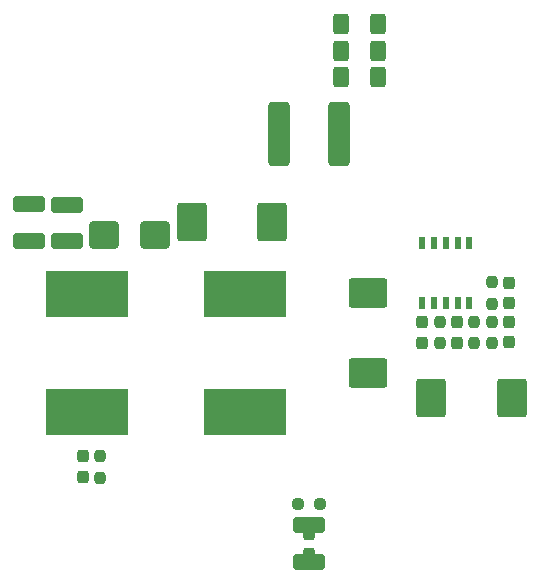
<source format=gtp>
G04 #@! TF.GenerationSoftware,KiCad,Pcbnew,8.0.5*
G04 #@! TF.CreationDate,2024-10-05T22:37:39+02:00*
G04 #@! TF.ProjectId,HVI,4856492e-6b69-4636-9164-5f7063625858,rev?*
G04 #@! TF.SameCoordinates,Original*
G04 #@! TF.FileFunction,Paste,Top*
G04 #@! TF.FilePolarity,Positive*
%FSLAX46Y46*%
G04 Gerber Fmt 4.6, Leading zero omitted, Abs format (unit mm)*
G04 Created by KiCad (PCBNEW 8.0.5) date 2024-10-05 22:37:39*
%MOMM*%
%LPD*%
G01*
G04 APERTURE LIST*
G04 Aperture macros list*
%AMRoundRect*
0 Rectangle with rounded corners*
0 $1 Rounding radius*
0 $2 $3 $4 $5 $6 $7 $8 $9 X,Y pos of 4 corners*
0 Add a 4 corners polygon primitive as box body*
4,1,4,$2,$3,$4,$5,$6,$7,$8,$9,$2,$3,0*
0 Add four circle primitives for the rounded corners*
1,1,$1+$1,$2,$3*
1,1,$1+$1,$4,$5*
1,1,$1+$1,$6,$7*
1,1,$1+$1,$8,$9*
0 Add four rect primitives between the rounded corners*
20,1,$1+$1,$2,$3,$4,$5,0*
20,1,$1+$1,$4,$5,$6,$7,0*
20,1,$1+$1,$6,$7,$8,$9,0*
20,1,$1+$1,$8,$9,$2,$3,0*%
G04 Aperture macros list end*
%ADD10RoundRect,0.237500X0.250000X0.237500X-0.250000X0.237500X-0.250000X-0.237500X0.250000X-0.237500X0*%
%ADD11RoundRect,0.237500X-0.237500X0.250000X-0.237500X-0.250000X0.237500X-0.250000X0.237500X0.250000X0*%
%ADD12RoundRect,0.250000X-0.400000X-0.625000X0.400000X-0.625000X0.400000X0.625000X-0.400000X0.625000X0*%
%ADD13R,7.000000X4.000000*%
%ADD14RoundRect,0.237500X-0.237500X0.300000X-0.237500X-0.300000X0.237500X-0.300000X0.237500X0.300000X0*%
%ADD15RoundRect,0.250000X0.650000X2.450000X-0.650000X2.450000X-0.650000X-2.450000X0.650000X-2.450000X0*%
%ADD16RoundRect,0.250000X-1.000000X1.400000X-1.000000X-1.400000X1.000000X-1.400000X1.000000X1.400000X0*%
%ADD17RoundRect,0.250000X-1.400000X-1.000000X1.400000X-1.000000X1.400000X1.000000X-1.400000X1.000000X0*%
%ADD18R,0.510000X1.100000*%
%ADD19RoundRect,0.237500X0.237500X-0.250000X0.237500X0.250000X-0.237500X0.250000X-0.237500X-0.250000X0*%
%ADD20RoundRect,0.250000X1.100000X-0.412500X1.100000X0.412500X-1.100000X0.412500X-1.100000X-0.412500X0*%
%ADD21RoundRect,0.237500X0.237500X-0.300000X0.237500X0.300000X-0.237500X0.300000X-0.237500X-0.300000X0*%
%ADD22RoundRect,0.250000X-1.000000X-0.900000X1.000000X-0.900000X1.000000X0.900000X-1.000000X0.900000X0*%
%ADD23RoundRect,0.250000X-1.100000X0.412500X-1.100000X-0.412500X1.100000X-0.412500X1.100000X0.412500X0*%
%ADD24RoundRect,0.237500X-0.237500X0.287500X-0.237500X-0.287500X0.237500X-0.287500X0.237500X0.287500X0*%
G04 APERTURE END LIST*
D10*
X99699500Y-101933000D03*
X97874500Y-101933000D03*
D11*
X112800000Y-86492500D03*
X112800000Y-88317500D03*
X109865000Y-86502500D03*
X109865000Y-88327500D03*
D12*
X101505000Y-61295000D03*
X104605000Y-61295000D03*
D13*
X79990000Y-94140000D03*
X79990000Y-84140000D03*
D14*
X108395000Y-86552500D03*
X108395000Y-88277500D03*
D15*
X101350000Y-70600000D03*
X96250000Y-70600000D03*
D16*
X95660000Y-78090000D03*
X88860000Y-78090000D03*
D17*
X103820000Y-84075000D03*
X103820000Y-90875000D03*
D12*
X101500000Y-65785000D03*
X104600000Y-65785000D03*
D18*
X108375000Y-84895000D03*
X109375000Y-84895000D03*
X110375000Y-84895000D03*
X111375000Y-84895000D03*
X112375000Y-84895000D03*
X112375000Y-79795000D03*
X111375000Y-79795000D03*
X110375000Y-79795000D03*
X109375000Y-79795000D03*
X108375000Y-79795000D03*
D13*
X93400000Y-84140000D03*
X93400000Y-94140000D03*
D14*
X98825000Y-104442500D03*
X98825000Y-106167500D03*
D12*
X101500000Y-63545000D03*
X104600000Y-63545000D03*
D11*
X114270000Y-86487500D03*
X114270000Y-88312500D03*
D19*
X114280000Y-85002500D03*
X114280000Y-83177500D03*
D20*
X78275000Y-79707500D03*
X78275000Y-76582500D03*
D16*
X115970000Y-92920000D03*
X109170000Y-92920000D03*
D21*
X115750000Y-88257500D03*
X115750000Y-86532500D03*
D20*
X75075000Y-79697500D03*
X75075000Y-76572500D03*
D14*
X115760000Y-83227500D03*
X115760000Y-84952500D03*
D22*
X81420000Y-79175000D03*
X85720000Y-79175000D03*
D19*
X81135000Y-99707500D03*
X81135000Y-97882500D03*
D14*
X111340000Y-86542500D03*
X111340000Y-88267500D03*
D23*
X98775000Y-103742500D03*
X98775000Y-106867500D03*
D24*
X79670000Y-97905000D03*
X79670000Y-99655000D03*
M02*

</source>
